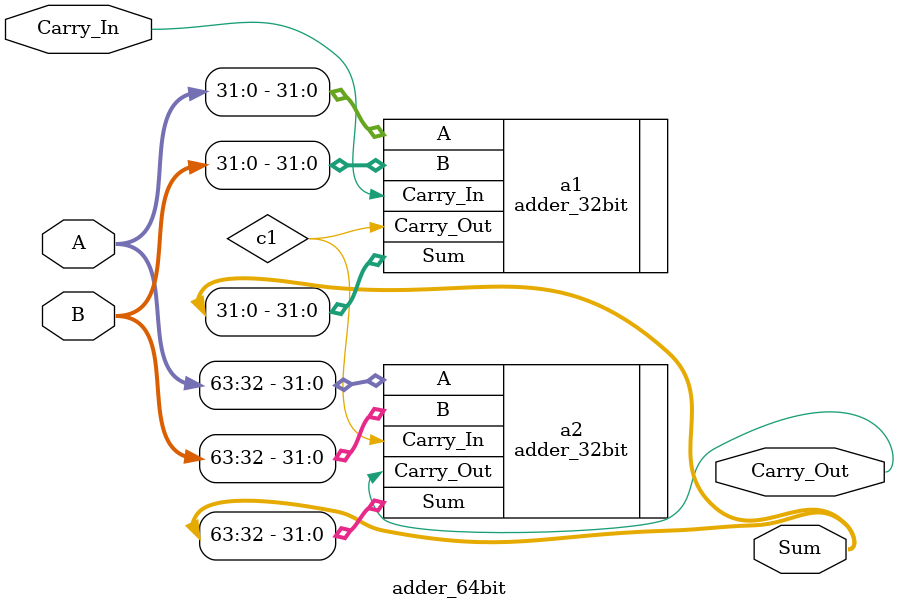
<source format=v>
`timescale 1ns / 1ps
module adder_64bit(
    input [63:0] A,
    input [63:0] B,
    input Carry_In,
    output [63:0] Sum,
    output Carry_Out
    );
	 
wire c1;

adder_32bit a1(.Carry_Out(c1), .Sum(Sum[31:0]), .A(A[31:0]), .B(B[31:0]), .Carry_In(Carry_In));
adder_32bit a2(.Carry_Out(Carry_Out), .Sum(Sum[63:32]), .A(A[63:32]), .B(B[63:32]), .Carry_In(c1));

endmodule

</source>
